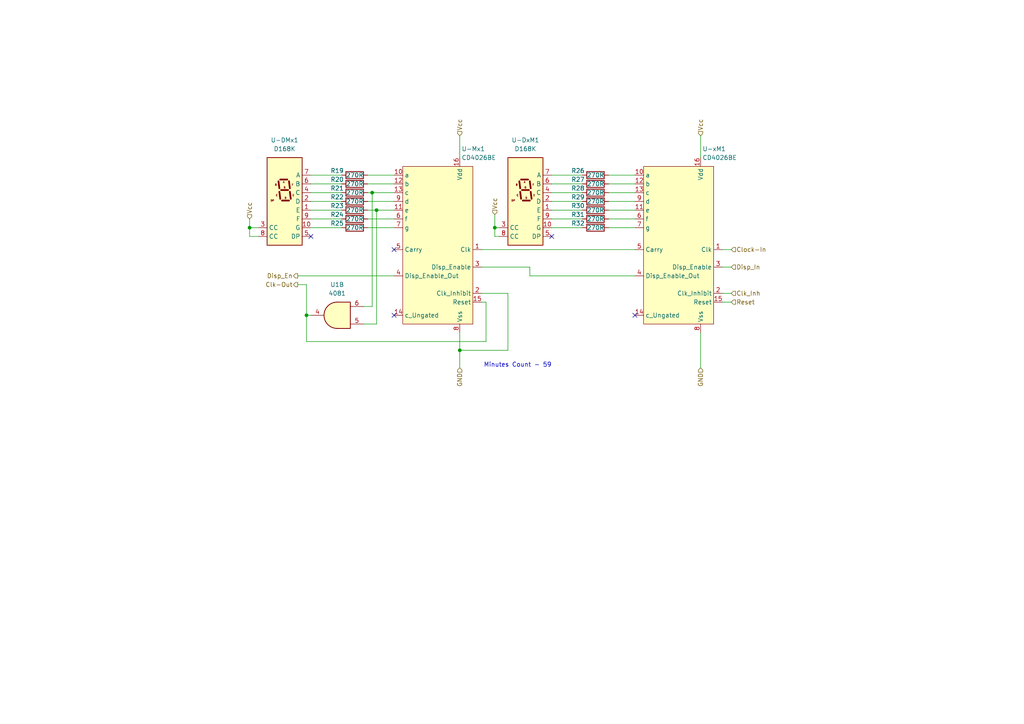
<source format=kicad_sch>
(kicad_sch (version 20211123) (generator eeschema)
  (paper "A4")
  (lib_symbols
    (symbol "4xxx:4081" (pin_names (offset 1.016))
      (property "Reference" "U" (at 0 1.27 0))
      (property "Value" "4081" (at 0 -1.27 0))
      (symbol "4081_1_1"
        (arc (start 0 -3.81) (mid 3.81 0) (end 0 3.81) (stroke (width 0.254)) (fill (type background)))
        (polyline (pts (xy 0 3.81) (xy -3.81 3.81) (xy -3.81 -3.81) (xy 0 -3.81)) (stroke (width 0.254)) (fill (type background)))
        (pin input line (at -7.62 2.54 0) (length 3.81) (name "~") (number "1"))
        (pin input line (at -7.62 -2.54 0) (length 3.81) (name "~") (number "2"))
        (pin output line (at 7.62 0 180) (length 3.81) (name "~") (number "3"))
      )
      (symbol "4081_1_2"
        (arc (start -3.81 -3.81) (mid -2.589 0) (end -3.81 3.81) (stroke (width 0.254)))
        (arc (start -0.6096 -3.81) (mid 2.1855 -2.584) (end 3.81 0) (stroke (width 0.254)) (fill (type background)))
        (polyline (pts (xy -3.81 -3.81) (xy -0.635 -3.81)) (stroke (width 0.254)) (fill (type background)))
        (polyline (pts (xy -3.81 3.81) (xy -0.635 3.81)) (stroke (width 0.254)) (fill (type background)))
        (polyline (pts (xy -0.635 3.81) (xy -3.81 3.81) (xy -3.81 3.81) (xy -3.556 3.4036) (xy -3.0226 2.2606) (xy -2.6924 1.0414) (xy -2.6162 -0.254) (xy -2.7686 -1.4986) (xy -3.175 -2.7178) (xy -3.81 -3.81) (xy -3.81 -3.81) (xy -0.635 -3.81)) (stroke (width -25.4)) (fill (type background)))
        (arc (start 3.81 0) (mid 2.1928 2.5925) (end -0.6096 3.81) (stroke (width 0.254)) (fill (type background)))
        (pin input inverted (at -7.62 2.54 0) (length 4.318) (name "~") (number "1"))
        (pin input inverted (at -7.62 -2.54 0) (length 4.318) (name "~") (number "2"))
        (pin output inverted (at 7.62 0 180) (length 3.81) (name "~") (number "3"))
      )
      (symbol "4081_2_1"
        (arc (start 0 -3.81) (mid 3.81 0) (end 0 3.81) (stroke (width 0.254)) (fill (type background)))
        (polyline (pts (xy 0 3.81) (xy -3.81 3.81) (xy -3.81 -3.81) (xy 0 -3.81)) (stroke (width 0.254)) (fill (type background)))
        (pin output line (at 7.62 0 180) (length 3.81) (name "~") (number "4"))
        (pin input line (at -7.62 2.54 0) (length 3.81) (name "~") (number "5"))
        (pin input line (at -7.62 -2.54 0) (length 3.81) (name "~") (number "6"))
      )
      (symbol "4081_2_2"
        (arc (start -3.81 -3.81) (mid -2.589 0) (end -3.81 3.81) (stroke (width 0.254)))
        (arc (start -0.6096 -3.81) (mid 2.1855 -2.584) (end 3.81 0) (stroke (width 0.254)) (fill (type background)))
        (polyline (pts (xy -3.81 -3.81) (xy -0.635 -3.81)) (stroke (width 0.254)) (fill (type background)))
        (polyline (pts (xy -3.81 3.81) (xy -0.635 3.81)) (stroke (width 0.254)) (fill (type background)))
        (polyline (pts (xy -0.635 3.81) (xy -3.81 3.81) (xy -3.81 3.81) (xy -3.556 3.4036) (xy -3.0226 2.2606) (xy -2.6924 1.0414) (xy -2.6162 -0.254) (xy -2.7686 -1.4986) (xy -3.175 -2.7178) (xy -3.81 -3.81) (xy -3.81 -3.81) (xy -0.635 -3.81)) (stroke (width -25.4)) (fill (type background)))
        (arc (start 3.81 0) (mid 2.1928 2.5925) (end -0.6096 3.81) (stroke (width 0.254)) (fill (type background)))
        (pin output inverted (at 7.62 0 180) (length 3.81) (name "~") (number "4"))
        (pin input inverted (at -7.62 2.54 0) (length 4.318) (name "~") (number "5"))
        (pin input inverted (at -7.62 -2.54 0) (length 4.318) (name "~") (number "6"))
      )
      (symbol "4081_3_1"
        (arc (start 0 -3.81) (mid 3.81 0) (end 0 3.81) (stroke (width 0.254)) (fill (type background)))
        (polyline (pts (xy 0 3.81) (xy -3.81 3.81) (xy -3.81 -3.81) (xy 0 -3.81)) (stroke (width 0.254)) (fill (type background)))
        (pin output line (at 7.62 0 180) (length 3.81) (name "~") (number "10"))
        (pin input line (at -7.62 2.54 0) (length 3.81) (name "~") (number "8"))
        (pin input line (at -7.62 -2.54 0) (length 3.81) (name "~") (number "9"))
      )
      (symbol "4081_3_2"
        (arc (start -3.81 -3.81) (mid -2.589 0) (end -3.81 3.81) (stroke (width 0.254)))
        (arc (start -0.6096 -3.81) (mid 2.1855 -2.584) (end 3.81 0) (stroke (width 0.254)) (fill (type background)))
        (polyline (pts (xy -3.81 -3.81) (xy -0.635 -3.81)) (stroke (width 0.254)) (fill (type background)))
        (polyline (pts (xy -3.81 3.81) (xy -0.635 3.81)) (stroke (width 0.254)) (fill (type background)))
        (polyline (pts (xy -0.635 3.81) (xy -3.81 3.81) (xy -3.81 3.81) (xy -3.556 3.4036) (xy -3.0226 2.2606) (xy -2.6924 1.0414) (xy -2.6162 -0.254) (xy -2.7686 -1.4986) (xy -3.175 -2.7178) (xy -3.81 -3.81) (xy -3.81 -3.81) (xy -0.635 -3.81)) (stroke (width -25.4)) (fill (type background)))
        (arc (start 3.81 0) (mid 2.1928 2.5925) (end -0.6096 3.81) (stroke (width 0.254)) (fill (type background)))
        (pin output inverted (at 7.62 0 180) (length 3.81) (name "~") (number "10"))
        (pin input inverted (at -7.62 2.54 0) (length 4.318) (name "~") (number "8"))
        (pin input inverted (at -7.62 -2.54 0) (length 4.318) (name "~") (number "9"))
      )
      (symbol "4081_4_1"
        (arc (start 0 -3.81) (mid 3.81 0) (end 0 3.81) (stroke (width 0.254)) (fill (type background)))
        (polyline (pts (xy 0 3.81) (xy -3.81 3.81) (xy -3.81 -3.81) (xy 0 -3.81)) (stroke (width 0.254)) (fill (type background)))
        (pin output line (at 7.62 0 180) (length 3.81) (name "~") (number "11"))
        (pin input line (at -7.62 2.54 0) (length 3.81) (name "~") (number "12"))
        (pin input line (at -7.62 -2.54 0) (length 3.81) (name "~") (number "13"))
      )
      (symbol "4081_4_2"
        (arc (start -3.81 -3.81) (mid -2.589 0) (end -3.81 3.81) (stroke (width 0.254)))
        (arc (start -0.6096 -3.81) (mid 2.1855 -2.584) (end 3.81 0) (stroke (width 0.254)) (fill (type background)))
        (polyline (pts (xy -3.81 -3.81) (xy -0.635 -3.81)) (stroke (width 0.254)) (fill (type background)))
        (polyline (pts (xy -3.81 3.81) (xy -0.635 3.81)) (stroke (width 0.254)) (fill (type background)))
        (polyline (pts (xy -0.635 3.81) (xy -3.81 3.81) (xy -3.81 3.81) (xy -3.556 3.4036) (xy -3.0226 2.2606) (xy -2.6924 1.0414) (xy -2.6162 -0.254) (xy -2.7686 -1.4986) (xy -3.175 -2.7178) (xy -3.81 -3.81) (xy -3.81 -3.81) (xy -0.635 -3.81)) (stroke (width -25.4)) (fill (type background)))
        (arc (start 3.81 0) (mid 2.1928 2.5925) (end -0.6096 3.81) (stroke (width 0.254)) (fill (type background)))
        (pin output inverted (at 7.62 0 180) (length 3.81) (name "~") (number "11"))
        (pin input inverted (at -7.62 2.54 0) (length 4.318) (name "~") (number "12"))
        (pin input inverted (at -7.62 -2.54 0) (length 4.318) (name "~") (number "13"))
      )
      (symbol "4081_5_0"
        (pin power_in line (at 0 12.7 270) (length 5.08) (name "VDD") (number "14"))
        (pin power_in line (at 0 -12.7 90) (length 5.08) (name "VSS") (number "7"))
      )
      (symbol "4081_5_1"
        (rectangle (start -5.08 7.62) (end 5.08 -7.62) (stroke (width 0.254)) (fill (type background)))
      )
    )
    (symbol "Clock:CD4026BE"
      (property "Reference" "U?" (at 4.3306 27.94 0))
      (property "Value" "CD4026BE" (at 4.3306 25.4 0))
      (symbol "CD4026BE_0_1"
        (rectangle (start -10.16 22.86) (end 10.16 -22.86) (fill (type background)))
      )
      (symbol "CD4026BE_1_1"
        (pin input line (at -12.7 -1.27 0) (length 2.54) (name "Clk") (number "1"))
        (pin output line (at 12.7 20.32 180) (length 2.54) (name "a") (number "10"))
        (pin output line (at 12.7 10.16 180) (length 2.54) (name "e") (number "11"))
        (pin output line (at 12.7 17.78 180) (length 2.54) (name "b") (number "12"))
        (pin output line (at 12.7 15.24 180) (length 2.54) (name "c") (number "13"))
        (pin output line (at 12.7 -20.32 180) (length 2.54) (name "c_Ungated") (number "14"))
        (pin input line (at -12.7 -16.51 0) (length 2.54) (name "Reset") (number "15"))
        (pin power_in line (at -6.35 25.4 270) (length 2.54) (name "Vdd") (number "16"))
        (pin input line (at -12.7 -13.97 0) (length 2.54) (name "Clk_Inhibit") (number "2"))
        (pin input line (at -12.7 -6.35 0) (length 2.54) (name "Disp_Enable") (number "3"))
        (pin output line (at 12.7 -8.89 180) (length 2.54) (name "Disp_Enable_Out") (number "4"))
        (pin output line (at 12.7 -1.27 180) (length 2.54) (name "Carry") (number "5"))
        (pin output line (at 12.7 7.62 180) (length 2.54) (name "f") (number "6"))
        (pin output line (at 12.7 5.08 180) (length 2.54) (name "g") (number "7"))
        (pin power_in line (at -6.35 -25.4 90) (length 2.54) (name "Vss") (number "8"))
        (pin output line (at 12.7 12.7 180) (length 2.54) (name "d") (number "9"))
      )
    )
    (symbol "Device:R" (pin_numbers hide) (pin_names (offset 0))
      (property "Reference" "R" (at 2.032 0 90))
      (property "Value" "R" (at 0 0 90))
      (symbol "R_0_1"
        (rectangle (start -1.016 -2.54) (end 1.016 2.54) (stroke (width 0.254)))
      )
      (symbol "R_1_1"
        (pin passive line (at 0 3.81 270) (length 1.27) (name "~") (number "1"))
        (pin passive line (at 0 -3.81 90) (length 1.27) (name "~") (number "2"))
      )
    )
    (symbol "Display_Character:D168K"
      (property "Reference" "U" (at -2.54 13.97 0))
      (property "Value" "D168K" (at 1.27 13.97 0))
      (symbol "D168K_0_0"
        (text "A" (at 0.254 5.588 0) (effects (font (size 0.508 0.508))))
        (text "B" (at 2.54 4.826 0) (effects (font (size 0.508 0.508))))
        (text "C" (at 2.286 1.778 0) (effects (font (size 0.508 0.508))))
        (text "D" (at -0.254 1.016 0) (effects (font (size 0.508 0.508))))
        (text "DP" (at 3.556 0.254 0) (effects (font (size 0.508 0.508))))
        (text "E" (at -2.54 1.778 0) (effects (font (size 0.508 0.508))))
        (text "F" (at -2.286 4.826 0) (effects (font (size 0.508 0.508))))
        (text "G" (at 0 4.064 0) (effects (font (size 0.508 0.508))))
      )
      (symbol "D168K_0_1"
        (rectangle (start -5.08 12.7) (end 5.08 -12.7) (stroke (width 0.254)) (fill (type background)))
        (polyline (pts (xy -1.524 2.794) (xy -1.778 0.762)) (stroke (width 0.508)))
        (polyline (pts (xy -1.27 0.254) (xy 0.762 0.254)) (stroke (width 0.508)))
        (polyline (pts (xy -1.27 5.842) (xy -1.524 3.81)) (stroke (width 0.508)))
        (polyline (pts (xy -1.016 3.302) (xy 1.016 3.302)) (stroke (width 0.508)))
        (polyline (pts (xy -0.762 6.35) (xy 1.27 6.35)) (stroke (width 0.508)))
        (polyline (pts (xy 1.524 2.794) (xy 1.27 0.762)) (stroke (width 0.508)))
        (polyline (pts (xy 1.778 5.842) (xy 1.524 3.81)) (stroke (width 0.508)))
        (polyline (pts (xy 2.54 0.254) (xy 2.54 0.254)) (stroke (width 0.508)))
      )
      (symbol "D168K_1_1"
        (pin input line (at -7.62 -2.54 0) (length 2.54) (name "E") (number "1"))
        (pin input line (at -7.62 -7.62 0) (length 2.54) (name "G") (number "10"))
        (pin input line (at -7.62 0 0) (length 2.54) (name "D") (number "2"))
        (pin input line (at 7.62 -7.62 180) (length 2.54) (name "CC") (number "3"))
        (pin input line (at -7.62 2.54 0) (length 2.54) (name "C") (number "4"))
        (pin input line (at -7.62 -10.16 0) (length 2.54) (name "DP") (number "5"))
        (pin input line (at -7.62 5.08 0) (length 2.54) (name "B") (number "6"))
        (pin input line (at -7.62 7.62 0) (length 2.54) (name "A") (number "7"))
        (pin input line (at 7.62 -10.16 180) (length 2.54) (name "CC") (number "8"))
        (pin input line (at -7.62 -5.08 0) (length 2.54) (name "F") (number "9"))
      )
    )
  )
  (junction (at 72.39 66.04))
  (junction (at 88.9 91.44))
  (junction (at 133.35 101.6))
  (junction (at 107.95 55.88))
  (junction (at 109.22 60.96))
  (junction (at 143.51 66.04))
  (no_connect (at 160.02 68.58))
  (no_connect (at 90.17 68.58))
  (no_connect (at 114.3 91.44))
  (no_connect (at 114.3 72.39))
  (no_connect (at 184.15 91.44))
  (wire (pts (xy 114.3 80.01) (xy 86.36 80.01)))
  (wire (pts (xy 106.68 60.96) (xy 109.22 60.96)))
  (wire (pts (xy 72.39 68.58) (xy 72.39 66.04)))
  (wire (pts (xy 90.17 63.5) (xy 99.06 63.5)))
  (wire (pts (xy 160.02 58.42) (xy 168.91 58.42)))
  (wire (pts (xy 133.35 96.52) (xy 133.35 101.6)))
  (wire (pts (xy 176.53 53.34) (xy 184.15 53.34)))
  (wire (pts (xy 105.41 88.9) (xy 107.95 88.9)))
  (wire (pts (xy 143.51 66.04) (xy 144.78 66.04)))
  (wire (pts (xy 160.02 66.04) (xy 168.91 66.04)))
  (wire (pts (xy 139.7 72.39) (xy 184.15 72.39)))
  (wire (pts (xy 160.02 53.34) (xy 168.91 53.34)))
  (wire (pts (xy 153.67 77.47) (xy 139.7 77.47)))
  (wire (pts (xy 88.9 91.44) (xy 88.9 99.06)))
  (wire (pts (xy 90.17 91.44) (xy 88.9 91.44)))
  (wire (pts (xy 203.2 96.52) (xy 203.2 106.68)))
  (wire (pts (xy 209.55 77.47) (xy 212.09 77.47)))
  (wire (pts (xy 153.67 80.01) (xy 153.67 77.47)))
  (wire (pts (xy 160.02 60.96) (xy 168.91 60.96)))
  (wire (pts (xy 139.7 85.09) (xy 147.32 85.09)))
  (wire (pts (xy 109.22 93.98) (xy 109.22 60.96)))
  (wire (pts (xy 106.68 50.8) (xy 114.3 50.8)))
  (wire (pts (xy 74.93 68.58) (xy 72.39 68.58)))
  (wire (pts (xy 90.17 66.04) (xy 99.06 66.04)))
  (wire (pts (xy 143.51 68.58) (xy 143.51 66.04)))
  (wire (pts (xy 176.53 58.42) (xy 184.15 58.42)))
  (wire (pts (xy 133.35 106.68) (xy 133.35 101.6)))
  (wire (pts (xy 209.55 87.63) (xy 212.09 87.63)))
  (wire (pts (xy 107.95 88.9) (xy 107.95 55.88)))
  (wire (pts (xy 203.2 39.37) (xy 203.2 45.72)))
  (wire (pts (xy 107.95 55.88) (xy 114.3 55.88)))
  (wire (pts (xy 209.55 85.09) (xy 212.09 85.09)))
  (wire (pts (xy 147.32 85.09) (xy 147.32 101.6)))
  (wire (pts (xy 160.02 55.88) (xy 168.91 55.88)))
  (wire (pts (xy 106.68 55.88) (xy 107.95 55.88)))
  (wire (pts (xy 153.67 80.01) (xy 184.15 80.01)))
  (wire (pts (xy 88.9 99.06) (xy 140.97 99.06)))
  (wire (pts (xy 106.68 53.34) (xy 114.3 53.34)))
  (wire (pts (xy 90.17 50.8) (xy 99.06 50.8)))
  (wire (pts (xy 139.7 87.63) (xy 140.97 87.63)))
  (wire (pts (xy 90.17 60.96) (xy 99.06 60.96)))
  (wire (pts (xy 144.78 68.58) (xy 143.51 68.58)))
  (wire (pts (xy 176.53 50.8) (xy 184.15 50.8)))
  (wire (pts (xy 106.68 66.04) (xy 114.3 66.04)))
  (wire (pts (xy 160.02 63.5) (xy 168.91 63.5)))
  (wire (pts (xy 90.17 55.88) (xy 99.06 55.88)))
  (wire (pts (xy 147.32 101.6) (xy 133.35 101.6)))
  (wire (pts (xy 176.53 60.96) (xy 184.15 60.96)))
  (wire (pts (xy 105.41 93.98) (xy 109.22 93.98)))
  (wire (pts (xy 88.9 82.55) (xy 88.9 91.44)))
  (wire (pts (xy 143.51 66.04) (xy 143.51 62.23)))
  (wire (pts (xy 72.39 66.04) (xy 74.93 66.04)))
  (wire (pts (xy 176.53 55.88) (xy 184.15 55.88)))
  (wire (pts (xy 176.53 63.5) (xy 184.15 63.5)))
  (wire (pts (xy 90.17 58.42) (xy 99.06 58.42)))
  (wire (pts (xy 72.39 66.04) (xy 72.39 63.5)))
  (wire (pts (xy 176.53 66.04) (xy 184.15 66.04)))
  (wire (pts (xy 160.02 50.8) (xy 168.91 50.8)))
  (wire (pts (xy 106.68 63.5) (xy 114.3 63.5)))
  (wire (pts (xy 86.36 82.55) (xy 88.9 82.55)))
  (wire (pts (xy 133.35 39.37) (xy 133.35 45.72)))
  (wire (pts (xy 140.97 87.63) (xy 140.97 99.06)))
  (wire (pts (xy 109.22 60.96) (xy 114.3 60.96)))
  (wire (pts (xy 106.68 58.42) (xy 114.3 58.42)))
  (wire (pts (xy 90.17 53.34) (xy 99.06 53.34)))
  (wire (pts (xy 209.55 72.39) (xy 212.09 72.39)))
  (text "Minutes Count - 59" (at 160.02 106.68 180) (effects (font (size 1.27 1.27)) (justify right bottom)))
  (hierarchical_label "GND" (shape input) (at 133.35 106.68 270))
  (hierarchical_label "Vcc" (shape input) (at 143.51 62.23 90))
  (hierarchical_label "Clk-Out" (shape output) (at 86.36 82.55 180))
  (hierarchical_label "Vcc" (shape input) (at 133.35 39.37 90))
  (hierarchical_label "Vcc" (shape input) (at 72.39 63.5 90))
  (hierarchical_label "Reset" (shape input) (at 212.09 87.63 0))
  (hierarchical_label "GND" (shape input) (at 203.2 106.68 270))
  (hierarchical_label "Clk_Inh" (shape input) (at 212.09 85.09 0))
  (hierarchical_label "Vcc" (shape input) (at 203.2 39.37 90))
  (hierarchical_label "Clock-In" (shape input) (at 212.09 72.39 0))
  (hierarchical_label "Disp_En" (shape output) (at 86.36 80.01 180))
  (hierarchical_label "Disp_In" (shape input) (at 212.09 77.47 0))
  (symbol (lib_id "Device:R") (at 102.87 63.5 90) (unit 1)
    (property "Reference" "R24" (at 97.79 62.23 90))
    (property "Value" "270R" (at 102.87 63.5 90))
    (property "Footprint" "Resistor_THT:R_Axial_DIN0204_L3.6mm_D1.6mm_P7.62mm_Horizontal" (effects hide))
  )
  (symbol (lib_id "4xxx:4081") (at 97.79 91.44 180) (unit 2)
    (property "Reference" "U1" (at 97.79 82.55 0))
    (property "Value" "4081" (at 97.79 85.09 0))
    (property "Footprint" "Package_DIP:DIP-14_W7.62mm_Socket_LongPads" (effects hide))
    (property "Datasheet" "http://www.intersil.com/content/dam/Intersil/documents/cd40/cd4073bms-81bms-82bms.pdf" (effects hide))
  )
  (symbol (lib_id "Device:R") (at 102.87 50.8 90) (unit 1)
    (property "Reference" "R19" (at 97.79 49.53 90))
    (property "Value" "270R" (at 102.87 50.8 90))
    (property "Footprint" "Resistor_THT:R_Axial_DIN0204_L3.6mm_D1.6mm_P7.62mm_Horizontal" (effects hide))
  )
  (symbol (lib_id "Device:R") (at 172.72 66.04 90) (unit 1)
    (property "Reference" "R32" (at 167.64 64.77 90))
    (property "Value" "270R" (at 172.72 66.04 90))
    (property "Footprint" "Resistor_THT:R_Axial_DIN0204_L3.6mm_D1.6mm_P7.62mm_Horizontal" (effects hide))
  )
  (symbol (lib_id "Device:R") (at 102.87 60.96 90) (unit 1)
    (property "Reference" "R23" (at 97.79 59.69 90))
    (property "Value" "270R" (at 102.87 60.96 90))
    (property "Footprint" "Resistor_THT:R_Axial_DIN0204_L3.6mm_D1.6mm_P7.62mm_Horizontal" (effects hide))
  )
  (symbol (lib_id "Clock:CD4026BE") (at 127 71.12 0) (mirror y) (unit 1)
    (property "Reference" "U-Mx1" (at 133.8706 43.18 0) (effects (justify right)))
    (property "Value" "CD4026BE" (at 133.8706 45.72 0) (effects (justify right)))
    (property "Footprint" "Package_DIP:DIP-16_W10.16mm_LongPads" (effects hide))
  )
  (symbol (lib_id "Clock:CD4026BE") (at 196.85 71.12 0) (mirror y) (unit 1)
    (property "Reference" "U-xM1" (at 203.7206 43.18 0) (effects (justify right)))
    (property "Value" "CD4026BE" (at 203.7206 45.72 0) (effects (justify right)))
    (property "Footprint" "Package_DIP:DIP-16_W10.16mm_LongPads" (effects hide))
  )
  (symbol (lib_id "Device:R") (at 102.87 58.42 90) (unit 1)
    (property "Reference" "R22" (at 97.79 57.15 90))
    (property "Value" "270R" (at 102.87 58.42 90))
    (property "Footprint" "Resistor_THT:R_Axial_DIN0204_L3.6mm_D1.6mm_P7.62mm_Horizontal" (effects hide))
  )
  (symbol (lib_id "Device:R") (at 102.87 66.04 90) (unit 1)
    (property "Reference" "R25" (at 97.79 64.77 90))
    (property "Value" "270R" (at 102.87 66.04 90))
    (property "Footprint" "Resistor_THT:R_Axial_DIN0204_L3.6mm_D1.6mm_P7.62mm_Horizontal" (effects hide))
  )
  (symbol (lib_id "Device:R") (at 172.72 58.42 90) (unit 1)
    (property "Reference" "R29" (at 167.64 57.15 90))
    (property "Value" "270R" (at 172.72 58.42 90))
    (property "Footprint" "Resistor_THT:R_Axial_DIN0204_L3.6mm_D1.6mm_P7.62mm_Horizontal" (effects hide))
  )
  (symbol (lib_id "Device:R") (at 172.72 55.88 90) (unit 1)
    (property "Reference" "R28" (at 167.64 54.61 90))
    (property "Value" "270R" (at 172.72 55.88 90))
    (property "Footprint" "Resistor_THT:R_Axial_DIN0204_L3.6mm_D1.6mm_P7.62mm_Horizontal" (effects hide))
  )
  (symbol (lib_id "Device:R") (at 102.87 53.34 90) (unit 1)
    (property "Reference" "R20" (at 97.79 52.07 90))
    (property "Value" "270R" (at 102.87 53.34 90))
    (property "Footprint" "Resistor_THT:R_Axial_DIN0204_L3.6mm_D1.6mm_P7.62mm_Horizontal" (effects hide))
  )
  (symbol (lib_id "Device:R") (at 102.87 55.88 90) (unit 1)
    (property "Reference" "R21" (at 97.79 54.61 90))
    (property "Value" "270R" (at 102.87 55.88 90))
    (property "Footprint" "Resistor_THT:R_Axial_DIN0204_L3.6mm_D1.6mm_P7.62mm_Horizontal" (effects hide))
  )
  (symbol (lib_id "Display_Character:D168K") (at 82.55 58.42 0) (mirror y) (unit 1)
    (property "Reference" "U-DMx1" (at 82.55 40.64 0))
    (property "Value" "D168K" (at 82.55 43.18 0))
    (property "Footprint" "Display_7Segment:D1X8K" (effects hide))
    (property "Datasheet" "https://ia800903.us.archive.org/24/items/CTKD1x8K/Cromatek%20D168K.pdf" (effects hide))
  )
  (symbol (lib_id "Device:R") (at 172.72 50.8 90) (unit 1)
    (property "Reference" "R26" (at 167.64 49.53 90))
    (property "Value" "270R" (at 172.72 50.8 90))
    (property "Footprint" "Resistor_THT:R_Axial_DIN0204_L3.6mm_D1.6mm_P7.62mm_Horizontal" (effects hide))
  )
  (symbol (lib_id "Display_Character:D168K") (at 152.4 58.42 0) (mirror y) (unit 1)
    (property "Reference" "U-DxM1" (at 152.4 40.64 0))
    (property "Value" "D168K" (at 152.4 43.18 0))
    (property "Footprint" "Display_7Segment:D1X8K" (effects hide))
    (property "Datasheet" "https://ia800903.us.archive.org/24/items/CTKD1x8K/Cromatek%20D168K.pdf" (effects hide))
  )
  (symbol (lib_id "Device:R") (at 172.72 53.34 90) (unit 1)
    (property "Reference" "R27" (at 167.64 52.07 90))
    (property "Value" "270R" (at 172.72 53.34 90))
    (property "Footprint" "Resistor_THT:R_Axial_DIN0204_L3.6mm_D1.6mm_P7.62mm_Horizontal" (effects hide))
  )
  (symbol (lib_id "Device:R") (at 172.72 60.96 90) (unit 1)
    (property "Reference" "R30" (at 167.64 59.69 90))
    (property "Value" "270R" (at 172.72 60.96 90))
    (property "Footprint" "Resistor_THT:R_Axial_DIN0204_L3.6mm_D1.6mm_P7.62mm_Horizontal" (effects hide))
  )
  (symbol (lib_id "Device:R") (at 172.72 63.5 90) (unit 1)
    (property "Reference" "R31" (at 167.64 62.23 90))
    (property "Value" "270R" (at 172.72 63.5 90))
    (property "Footprint" "Resistor_THT:R_Axial_DIN0204_L3.6mm_D1.6mm_P7.62mm_Horizontal" (effects hide))
  )
)
</source>
